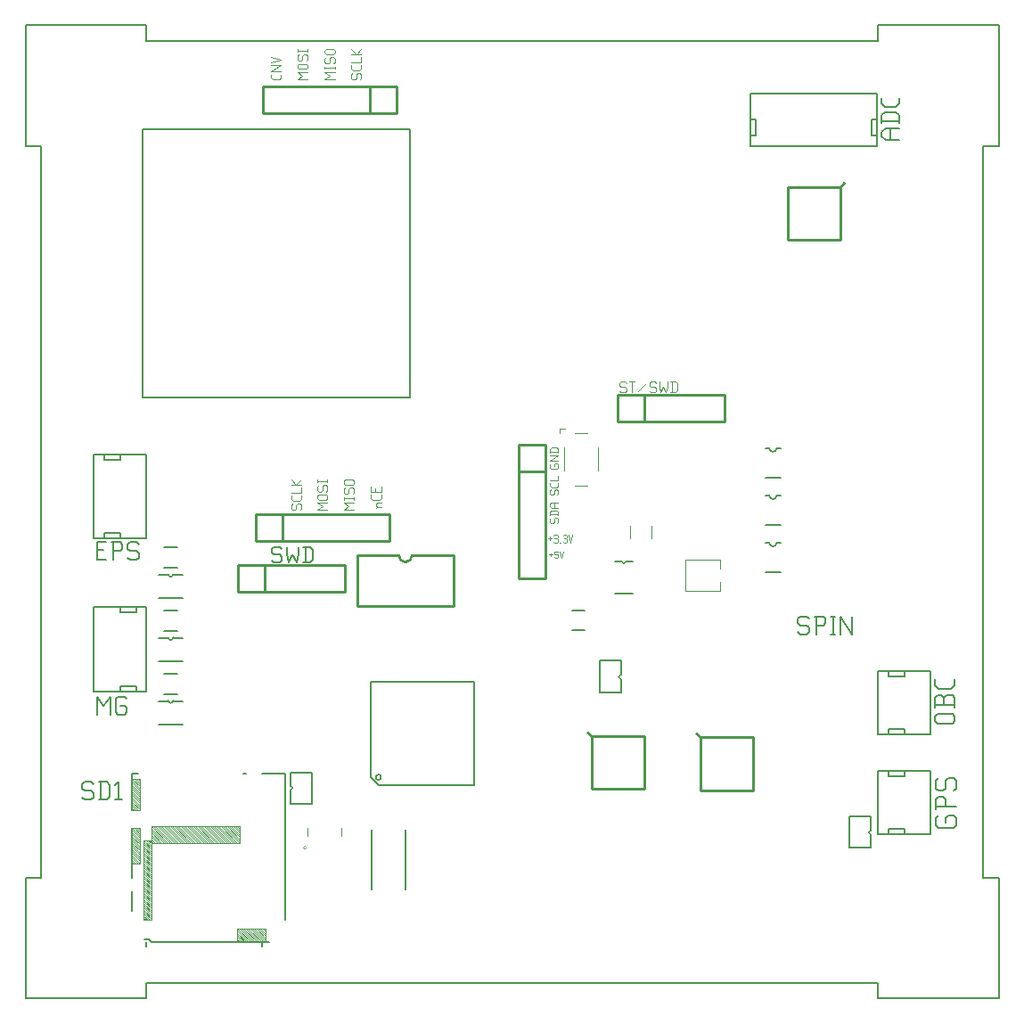
<source format=gbr>
G04 start of page 8 for group -4079 idx -4079 *
G04 Title: (unknown), topsilk *
G04 Creator: pcb 20140316 *
G04 CreationDate: Δευ 14 Μάρ 2016 08:13:14 μμ GMT UTC *
G04 For: mobintu *
G04 Format: Gerber/RS-274X *
G04 PCB-Dimensions (mm): 100.00 100.00 *
G04 PCB-Coordinate-Origin: lower left *
%MOMM*%
%FSLAX43Y43*%
%LNTOPSILK*%
%ADD162C,0.102*%
%ADD161C,0.054*%
%ADD160C,0.254*%
%ADD159C,0.127*%
%ADD158C,0.051*%
%ADD157C,0.203*%
%ADD156C,0.100*%
%ADD155C,0.150*%
%ADD154C,0.200*%
%ADD153C,0.150*%
%ADD152C,0.100*%
%ADD151C,0.191*%
%ADD150C,0.169*%
%ADD149C,0.200*%
%ADD148C,0.200*%
G54D148*X3900Y84100D02*X5400D01*
X15400Y95600D02*Y94100D01*
X84900D01*
X3900Y84100D02*Y95600D01*
X15400D01*
X84900Y94100D02*Y95600D01*
X94900Y84100D02*Y14600D01*
Y84100D02*X96400D01*
G54D149*Y14600D02*X94900D01*
G54D148*X84900Y95600D02*X96400D01*
Y84100D01*
X5400Y14600D02*X3900D01*
X15400Y3100D02*Y4600D01*
X3900Y3100D02*X15400D01*
X3900D02*Y14600D01*
X5400Y84100D02*Y14600D01*
X15400Y4600D02*X84900D01*
Y3100D01*
X96400D01*
Y14600D01*
G54D150*X85643Y84700D02*X86908D01*
X85643D02*X85221Y84995D01*
Y85459D02*Y84995D01*
Y85459D02*X85643Y85754D01*
X86908D01*
X86065D02*Y84700D01*
X85221Y86471D02*X86908D01*
X85221Y87019D02*X85517Y87314D01*
X86613D01*
X86908Y87019D02*X86613Y87314D01*
X86908Y87019D02*Y86260D01*
X85221Y87019D02*Y86260D01*
X86908Y88664D02*Y88115D01*
X86613Y87820D02*X86908Y88115D01*
X85517Y87820D02*X86613D01*
X85517D02*X85221Y88115D01*
Y88664D02*Y88115D01*
G54D151*X90516Y29200D02*X91949D01*
X90516D02*X90277Y29439D01*
Y29916D02*Y29439D01*
Y29916D02*X90516Y30155D01*
X91949D01*
X92187Y29916D02*X91949Y30155D01*
X92187Y29916D02*Y29439D01*
X91949Y29200D02*X92187Y29439D01*
Y31683D02*Y30728D01*
Y31683D02*X91949Y31922D01*
X91376D02*X91949D01*
X91137Y31683D02*X91376Y31922D01*
X91137Y31683D02*Y30967D01*
X90277D02*X92187D01*
X90277Y31683D02*Y30728D01*
Y31683D02*X90516Y31922D01*
X90898D01*
X91137Y31683D02*X90898Y31922D01*
X92187Y33450D02*Y32829D01*
X91853Y32495D02*X92187Y32829D01*
X90612Y32495D02*X91853D01*
X90612D02*X90277Y32829D01*
Y33450D02*Y32829D01*
X90377Y20255D02*X90616Y20494D01*
X90377Y20255D02*Y19539D01*
X90616Y19300D02*X90377Y19539D01*
X90616Y19300D02*X92049D01*
X92287Y19539D01*
Y20255D02*Y19539D01*
Y20255D02*X92049Y20494D01*
X91571D02*X92049D01*
X91332Y20255D02*X91571Y20494D01*
X91332Y20255D02*Y19778D01*
X90377Y21306D02*X92287D01*
X90377Y22022D02*Y21067D01*
Y22022D02*X90616Y22261D01*
X91094D01*
X91332Y22022D02*X91094Y22261D01*
X91332Y22022D02*Y21306D01*
X90377Y23789D02*X90616Y24028D01*
X90377Y23789D02*Y23073D01*
X90616Y22834D02*X90377Y23073D01*
X90616Y22834D02*X91094D01*
X91332Y23073D01*
Y23789D02*Y23073D01*
Y23789D02*X91571Y24028D01*
X92049D01*
X92287Y23789D02*X92049Y24028D01*
X92287Y23789D02*Y23073D01*
X92049Y22834D02*X92287Y23073D01*
G54D150*X78143Y39378D02*X78354Y39168D01*
X77511Y39378D02*X78143D01*
X77300Y39168D02*X77511Y39378D01*
X77300Y39168D02*Y38746D01*
X77511Y38535D01*
X78143D01*
X78354Y38324D01*
Y37903D01*
X78143Y37692D02*X78354Y37903D01*
X77511Y37692D02*X78143D01*
X77300Y37903D02*X77511Y37692D01*
X79071Y39378D02*Y37692D01*
X78860Y39378D02*X79703D01*
X79914Y39168D01*
Y38746D01*
X79703Y38535D02*X79914Y38746D01*
X79071Y38535D02*X79703D01*
X80420Y39378D02*X80842D01*
X80631D02*Y37692D01*
X80420D02*X80842D01*
X81348Y39378D02*Y37692D01*
Y39378D02*X82402Y37692D01*
Y39378D02*Y37692D01*
X10143Y23678D02*X10354Y23468D01*
X9511Y23678D02*X10143D01*
X9300Y23468D02*X9511Y23678D01*
X9300Y23468D02*Y23046D01*
X9511Y22835D01*
X10143D01*
X10354Y22624D01*
Y22203D01*
X10143Y21992D02*X10354Y22203D01*
X9511Y21992D02*X10143D01*
X9300Y22203D02*X9511Y21992D01*
X11071Y23678D02*Y21992D01*
X11619Y23678D02*X11914Y23383D01*
Y22287D01*
X11619Y21992D02*X11914Y22287D01*
X10860Y21992D02*X11619D01*
X10860Y23678D02*X11619D01*
X12420Y23341D02*X12757Y23678D01*
Y21992D01*
X12420D02*X13052D01*
X10700Y31778D02*Y30092D01*
Y31778D02*X11332Y30935D01*
X11965Y31778D01*
Y30092D01*
X13314Y31778D02*X13525Y31568D01*
X12682Y31778D02*X13314D01*
X12471Y31568D02*X12682Y31778D01*
X12471Y31568D02*Y30303D01*
X12682Y30092D01*
X13314D01*
X13525Y30303D01*
Y30724D02*Y30303D01*
X13314Y30935D02*X13525Y30724D01*
X12892Y30935D02*X13314D01*
X10700Y45720D02*X11332D01*
X10700Y44792D02*X11543D01*
X10700Y46478D02*Y44792D01*
Y46478D02*X11543D01*
X12260D02*Y44792D01*
X12049Y46478D02*X12892D01*
X13103Y46268D01*
Y45846D01*
X12892Y45635D02*X13103Y45846D01*
X12260Y45635D02*X12892D01*
X14452Y46478D02*X14663Y46268D01*
X13820Y46478D02*X14452D01*
X13609Y46268D02*X13820Y46478D01*
X13609Y46268D02*Y45846D01*
X13820Y45635D01*
X14452D01*
X14663Y45424D01*
Y45003D01*
X14452Y44792D02*X14663Y45003D01*
X13820Y44792D02*X14452D01*
X13609Y45003D02*X13820Y44792D01*
G54D152*X53533Y46790D02*X53884D01*
X53708Y46965D02*Y46615D01*
X54094Y47053D02*X54182Y47141D01*
X54357D01*
X54445Y47053D01*
X54357Y46440D02*X54445Y46527D01*
X54182Y46440D02*X54357D01*
X54094Y46527D02*X54182Y46440D01*
Y46825D02*X54357D01*
X54445Y47053D02*Y46913D01*
Y46738D02*Y46527D01*
Y46738D02*X54357Y46825D01*
X54445Y46913D02*X54357Y46825D01*
X54655Y46440D02*X54742D01*
X54953Y47053D02*X55040Y47141D01*
X55216D01*
X55303Y47053D01*
X55216Y46440D02*X55303Y46527D01*
X55040Y46440D02*X55216D01*
X54953Y46527D02*X55040Y46440D01*
Y46825D02*X55216D01*
X55303Y47053D02*Y46913D01*
Y46738D02*Y46527D01*
Y46738D02*X55216Y46825D01*
X55303Y46913D02*X55216Y46825D01*
X55514Y47141D02*X55689Y46440D01*
X55864Y47141D01*
X53611Y45260D02*X53936D01*
X53774Y45423D02*Y45097D01*
X54131Y45585D02*X54457D01*
X54131D02*Y45260D01*
X54213Y45341D01*
X54375D01*
X54457Y45260D01*
Y45016D01*
X54375Y44935D02*X54457Y45016D01*
X54213Y44935D02*X54375D01*
X54131Y45016D02*X54213Y44935D01*
X54652Y45585D02*X54814Y44935D01*
X54977Y45585D01*
G54D153*X28076Y46020D02*X28264Y45832D01*
X27512Y46020D02*X28076D01*
X27324Y45832D02*X27512Y46020D01*
X27324Y45832D02*Y45456D01*
X27512Y45268D01*
X28076D01*
X28264Y45080D01*
Y44704D01*
X28076Y44516D02*X28264Y44704D01*
X27512Y44516D02*X28076D01*
X27324Y44704D02*X27512Y44516D01*
X28715Y46020D02*Y45268D01*
X28903Y44516D01*
X29279Y45268D01*
X29655Y44516D01*
X29843Y45268D01*
Y46020D02*Y45268D01*
X30482Y46020D02*Y44516D01*
X30970Y46020D02*X31234Y45757D01*
Y44780D01*
X30970Y44516D02*X31234Y44780D01*
X30294Y44516D02*X30970D01*
X30294Y46020D02*X30970D01*
G54D152*X53712Y53848D02*X53813Y53949D01*
X53712Y53848D02*Y53547D01*
X53813Y53447D02*X53712Y53547D01*
X53813Y53447D02*X54415D01*
X54515Y53547D01*
Y53848D02*Y53547D01*
Y53848D02*X54415Y53949D01*
X54214D02*X54415D01*
X54114Y53848D02*X54214Y53949D01*
X54114Y53848D02*Y53648D01*
X53712Y54189D02*X54515D01*
X53712D02*X54515Y54691D01*
X53712D02*X54515D01*
X53712Y55032D02*X54515D01*
X53712Y55293D02*X53853Y55434D01*
X54374D01*
X54515Y55293D02*X54374Y55434D01*
X54515Y55293D02*Y54932D01*
X53712Y55293D02*Y54932D01*
X29739Y90400D02*X30694D01*
X29739D02*X30216Y90758D01*
X29739Y91116D01*
X30694D01*
X29858Y91403D02*X30574D01*
X29858D02*X29739Y91522D01*
Y91761D02*Y91522D01*
Y91761D02*X29858Y91880D01*
X30574D01*
X30694Y91761D02*X30574Y91880D01*
X30694Y91761D02*Y91522D01*
X30574Y91403D02*X30694Y91522D01*
X29739Y92644D02*X29858Y92764D01*
X29739Y92644D02*Y92286D01*
X29858Y92167D02*X29739Y92286D01*
X29858Y92167D02*X30097D01*
X30216Y92286D01*
Y92644D02*Y92286D01*
Y92644D02*X30335Y92764D01*
X30574D01*
X30694Y92644D02*X30574Y92764D01*
X30694Y92644D02*Y92286D01*
X30574Y92167D02*X30694Y92286D01*
X29739Y93289D02*Y93050D01*
Y93170D02*X30694D01*
Y93289D02*Y93050D01*
X34839Y90878D02*X34958Y90997D01*
X34839Y90878D02*Y90519D01*
X34958Y90400D02*X34839Y90519D01*
X34958Y90400D02*X35197D01*
X35316Y90519D01*
Y90878D02*Y90519D01*
Y90878D02*X35436Y90997D01*
X35674D01*
X35794Y90878D02*X35674Y90997D01*
X35794Y90878D02*Y90519D01*
X35674Y90400D02*X35794Y90519D01*
Y91761D02*Y91451D01*
X35627Y91284D02*X35794Y91451D01*
X35006Y91284D02*X35627D01*
X35006D02*X34839Y91451D01*
Y91761D02*Y91451D01*
Y92048D02*X35794D01*
Y92525D02*Y92048D01*
X34839Y92812D02*X35794D01*
X35316D02*X34839Y93289D01*
X35316Y92812D02*X35794Y93289D01*
X28194Y90878D02*Y90567D01*
X28026Y90400D02*X28194Y90567D01*
X27406Y90400D02*X28026D01*
X27406D02*X27239Y90567D01*
Y90878D02*Y90567D01*
Y91164D02*X28194D01*
X27239D02*X28194Y91761D01*
X27239D02*X28194D01*
X27239Y92048D02*X28194Y92286D01*
X27239Y92525D01*
X32339Y90400D02*X33294D01*
X32339D02*X32816Y90758D01*
X32339Y91116D01*
X33294D01*
X32339Y91642D02*Y91403D01*
Y91522D02*X33294D01*
Y91642D02*Y91403D01*
X32339Y92406D02*X32458Y92525D01*
X32339Y92406D02*Y92048D01*
X32458Y91928D02*X32339Y92048D01*
X32458Y91928D02*X32697D01*
X32816Y92048D01*
Y92406D02*Y92048D01*
Y92406D02*X32935Y92525D01*
X33174D01*
X33294Y92406D02*X33174Y92525D01*
X33294Y92406D02*Y92048D01*
X33174Y91928D02*X33294Y92048D01*
X32458Y92812D02*X33174D01*
X32458D02*X32339Y92931D01*
Y93170D02*Y92931D01*
Y93170D02*X32458Y93289D01*
X33174D01*
X33294Y93170D02*X33174Y93289D01*
X33294Y93170D02*Y92931D01*
X33174Y92812D02*X33294Y92931D01*
X53713Y51348D02*X53813Y51449D01*
X53713Y51348D02*Y51047D01*
X53813Y50947D02*X53713Y51047D01*
X53813Y50947D02*X54014D01*
X54114Y51047D01*
Y51348D02*Y51047D01*
Y51348D02*X54214Y51449D01*
X54415D01*
X54515Y51348D02*X54415Y51449D01*
X54515Y51348D02*Y51047D01*
X54415Y50947D02*X54515Y51047D01*
Y52091D02*Y51830D01*
X54375Y51690D02*X54515Y51830D01*
X53853Y51690D02*X54375D01*
X53853D02*X53713Y51830D01*
Y52091D02*Y51830D01*
Y52332D02*X54515D01*
Y52733D02*Y52332D01*
X31639Y49500D02*X32594D01*
X31639D02*X32116Y49858D01*
X31639Y50216D01*
X32594D01*
X31758Y50503D02*X32474D01*
X31758D02*X31639Y50622D01*
Y50861D02*Y50622D01*
Y50861D02*X31758Y50980D01*
X32474D01*
X32594Y50861D02*X32474Y50980D01*
X32594Y50861D02*Y50622D01*
X32474Y50503D02*X32594Y50622D01*
X31639Y51744D02*X31758Y51864D01*
X31639Y51744D02*Y51386D01*
X31758Y51267D02*X31639Y51386D01*
X31758Y51267D02*X31997D01*
X32116Y51386D01*
Y51744D02*Y51386D01*
Y51744D02*X32235Y51864D01*
X32474D01*
X32594Y51744D02*X32474Y51864D01*
X32594Y51744D02*Y51386D01*
X32474Y51267D02*X32594Y51386D01*
X31639Y52389D02*Y52150D01*
Y52270D02*X32594D01*
Y52389D02*Y52150D01*
X34139Y49500D02*X35094D01*
X34139D02*X34616Y49858D01*
X34139Y50216D01*
X35094D01*
X34139Y50742D02*Y50503D01*
Y50622D02*X35094D01*
Y50742D02*Y50503D01*
X34139Y51506D02*X34258Y51625D01*
X34139Y51506D02*Y51148D01*
X34258Y51028D02*X34139Y51148D01*
X34258Y51028D02*X34497D01*
X34616Y51148D01*
Y51506D02*Y51148D01*
Y51506D02*X34735Y51625D01*
X34974D01*
X35094Y51506D02*X34974Y51625D01*
X35094Y51506D02*Y51148D01*
X34974Y51028D02*X35094Y51148D01*
X34258Y51912D02*X34974D01*
X34258D02*X34139Y52031D01*
Y52270D02*Y52031D01*
Y52270D02*X34258Y52389D01*
X34974D01*
X35094Y52270D02*X34974Y52389D01*
X35094Y52270D02*Y52031D01*
X34974Y51912D02*X35094Y52031D01*
X29139Y49978D02*X29258Y50097D01*
X29139Y49978D02*Y49619D01*
X29258Y49500D02*X29139Y49619D01*
X29258Y49500D02*X29497D01*
X29616Y49619D01*
Y49978D02*Y49619D01*
Y49978D02*X29735Y50097D01*
X29974D01*
X30094Y49978D02*X29974Y50097D01*
X30094Y49978D02*Y49619D01*
X29974Y49500D02*X30094Y49619D01*
Y50861D02*Y50551D01*
X29926Y50384D02*X30094Y50551D01*
X29306Y50384D02*X29926D01*
X29306D02*X29139Y50551D01*
Y50861D02*Y50551D01*
Y51148D02*X30094D01*
Y51625D02*Y51148D01*
X29139Y51912D02*X30094D01*
X29616D02*X29139Y52389D01*
X29616Y51912D02*X30094Y52389D01*
X37335Y49819D02*X37694D01*
X37335D02*X37216Y49939D01*
Y50058D02*Y49939D01*
Y50058D02*X37335Y50178D01*
X37694D01*
X37216Y49700D02*X37335Y49819D01*
X37694Y50942D02*Y50631D01*
X37526Y50464D02*X37694Y50631D01*
X36906Y50464D02*X37526D01*
X36906D02*X36739Y50631D01*
Y50942D02*Y50631D01*
X37168Y51586D02*Y51228D01*
X37694Y51706D02*Y51228D01*
X36739D02*X37694D01*
X36739Y51706D02*Y51228D01*
X53712Y48648D02*X53813Y48749D01*
X53712Y48648D02*Y48347D01*
X53813Y48247D02*X53712Y48347D01*
X53813Y48247D02*X54013D01*
X54114Y48347D01*
Y48648D02*Y48347D01*
Y48648D02*X54214Y48749D01*
X54415D01*
X54515Y48648D02*X54415Y48749D01*
X54515Y48648D02*Y48347D01*
X54415Y48247D02*X54515Y48347D01*
X53712Y49090D02*X54515D01*
X53712Y49351D02*X53853Y49491D01*
X54374D01*
X54515Y49351D02*X54374Y49491D01*
X54515Y49351D02*Y48989D01*
X53712Y49351D02*Y48989D01*
X53913Y49732D02*X54515D01*
X53913D02*X53712Y49872D01*
Y50093D02*Y49872D01*
Y50093D02*X53913Y50234D01*
X54515D01*
X54114D02*Y49732D01*
G54D154*X36800Y19100D02*Y13500D01*
X40000Y19100D02*Y13500D01*
G54D155*X29100Y22900D02*X29102Y21560D01*
X31134D01*
Y24582D01*
X29102D01*
X29100Y23300D02*Y24582D01*
X29300Y23100D02*G75*G03X29100Y23300I-200J0D01*G01*
Y22900D02*G75*G03X29300Y23100I0J200D01*G01*
G54D156*X30725Y18525D02*Y19325D01*
X33925D02*Y18525D01*
X30475Y17575D02*G75*G03X30325Y17425I0J-150D01*G01*
X30475Y17275D02*G75*G03X30625Y17425I0J150D01*G01*
X30325D02*G75*G03X30475Y17275I150J0D01*G01*
G54D157*X16560Y29121D02*X18840D01*
X16560Y31331D02*X17385D01*
X18020D02*X18840D01*
X17471Y31407D02*G75*G03X17700Y31178I229J0D01*G01*
G75*G03X17928Y31407I0J229D01*G01*
X17100Y32050D02*X18300D01*
X17100Y33950D02*X18300D01*
X16560Y35121D02*X18840D01*
X16560Y37331D02*X17385D01*
X18020D02*X18840D01*
X17471Y37407D02*G75*G03X17700Y37179I229J0D01*G01*
G75*G03X17928Y37407I0J229D01*G01*
G54D154*X10400Y32300D02*X15400D01*
X10400D02*X10400Y40300D01*
X15400D02*X15400Y32300D01*
X14400Y32800D02*Y32300D01*
X12900Y32800D02*X14400D01*
X12900D02*Y32300D01*
X10400Y40300D02*X15400D01*
X14400D02*Y39800D01*
X12900D02*X14400D01*
X12900Y40300D02*Y39800D01*
G54D158*X24237Y17850D02*Y19450D01*
X15837D02*Y17850D01*
X24237D01*
X15837Y19450D02*X24237D01*
X15837Y18150D02*X15137D01*
Y10550D01*
X15837D01*
Y18150D01*
X14787Y24000D02*X14037D01*
Y21000D01*
X14787D01*
Y24000D01*
X24037Y8750D02*X24337Y8450D01*
X24037Y8550D02*X24137Y8450D01*
X24237Y9750D02*X25537Y8450D01*
X24437Y9750D02*X25737Y8450D01*
X24037D02*X26737D01*
Y9750D01*
X24037D01*
Y8450D01*
X14037Y24000D02*X14787Y23250D01*
X14237Y24000D02*X14787Y23450D01*
X14437Y24000D02*X14787Y23650D01*
X14637Y24000D02*X14787Y23850D01*
X14037Y23800D02*X14787Y23051D01*
X14037Y23600D02*X14787Y22851D01*
X14037Y23401D02*X14787Y22651D01*
X14037Y23200D02*X14787Y22451D01*
X14037Y23001D02*X14787Y22251D01*
X14037Y22800D02*X14787Y22051D01*
X14037Y22600D02*X14787Y21851D01*
X14037Y22401D02*X14787Y21651D01*
X14037Y22200D02*X14787Y21451D01*
X14037Y22001D02*X14787Y21251D01*
X14037Y21800D02*X14787Y21051D01*
X14037Y21600D02*X14637Y21001D01*
X14037Y21400D02*X14437Y21000D01*
X14037Y21200D02*X14237Y21000D01*
X14037Y16100D02*X14187Y15950D01*
X24637Y9750D02*X25937Y8450D01*
X24837Y9750D02*X26137Y8450D01*
X25037Y9750D02*X26337Y8450D01*
X25237Y9750D02*X26537Y8450D01*
X25437Y9750D02*X26737Y8450D01*
Y8650D02*X25637Y9750D01*
X26737Y8850D02*X25837Y9750D01*
X26737Y9050D02*X26037Y9750D01*
X26737Y9250D02*X26237Y9750D01*
X26737Y9450D02*X26437Y9750D01*
X26737Y9650D02*X26637Y9750D01*
G54D159*X15837Y8450D02*X27037D01*
X14037Y11450D02*Y13300D01*
Y14600D02*Y19300D01*
Y21000D02*Y24450D01*
X14637D01*
X24637D02*X24837D01*
X26337D02*X28537D01*
Y10550D01*
X15837Y8450D02*X15587Y8700D01*
X15187D01*
G54D158*X15137Y18150D02*X15837Y17450D01*
X15337Y18150D02*X15837Y17650D01*
X15537Y18150D02*X15837Y17850D01*
Y18250D02*X16237Y17850D01*
X15137Y17950D02*X15837Y17250D01*
X15137Y17750D02*X15837Y17050D01*
X15137Y17550D02*X15837Y16850D01*
X15137Y17350D02*X15837Y16650D01*
X15137Y17150D02*X15837Y16450D01*
X15137Y16950D02*X15837Y16250D01*
X15137Y16750D02*X15837Y16050D01*
X15137Y16550D02*X15837Y15850D01*
X15137Y16350D02*X15837Y15650D01*
X15137Y16150D02*X15837Y15450D01*
X15137Y15950D02*X15837Y15250D01*
X15137Y15750D02*X15837Y15050D01*
X15137Y15550D02*X15837Y14850D01*
X15137Y15350D02*X15837Y14650D01*
X15137Y15150D02*X15837Y14450D01*
X15137Y14950D02*X15837Y14250D01*
X15137Y14750D02*X15837Y14050D01*
X15137Y14550D02*X15837Y13850D01*
X15137Y14350D02*X15837Y13650D01*
X15137Y14150D02*X15837Y13450D01*
X15137Y13950D02*X15837Y13250D01*
X15137Y13750D02*X15837Y13050D01*
X15137Y13550D02*X15837Y12850D01*
X15137Y13350D02*X15837Y12650D01*
X15137Y13150D02*X15837Y12450D01*
X15137Y12950D02*X15837Y12250D01*
X15137Y12750D02*X15837Y12050D01*
X15137Y12550D02*X15837Y11850D01*
X15137Y12350D02*X15837Y11650D01*
X15137Y12150D02*X15837Y11450D01*
X15137Y11950D02*X15837Y11250D01*
X15137Y11750D02*X15837Y11050D01*
X15137Y11550D02*X15837Y10850D01*
X15137Y11350D02*X15837Y10650D01*
X15137Y11150D02*X15737Y10550D01*
X15137Y10950D02*X15537Y10550D01*
X15137Y10750D02*X15337Y10550D01*
X15837Y19450D02*X17437Y17850D01*
X15837Y19250D02*X17237Y17850D01*
X15837Y19050D02*X17037Y17850D01*
X15837Y18850D02*X16837Y17850D01*
X15837Y18650D02*X16637Y17850D01*
X15837Y18450D02*X16437Y17850D01*
X15737Y18150D02*X16037Y17850D01*
X16037Y19450D02*X17637Y17850D01*
X16237Y19450D02*X17837Y17850D01*
X16437Y19450D02*X18037Y17850D01*
X16637Y19450D02*X18237Y17850D01*
X16837Y19450D02*X18437Y17850D01*
X17037Y19450D02*X18637Y17850D01*
X17237Y19450D02*X18837Y17850D01*
X17437Y19450D02*X19037Y17850D01*
X17637Y19450D02*X19237Y17850D01*
X17837Y19450D02*X19437Y17850D01*
X18037Y19450D02*X19637Y17850D01*
X18237Y19450D02*X19837Y17850D01*
X18437Y19450D02*X20037Y17850D01*
X18637Y19450D02*X20237Y17850D01*
X18838Y19450D02*X20437Y17850D01*
X19037Y19450D02*X20637Y17850D01*
X19237Y19450D02*X20837Y17850D01*
X19437Y19450D02*X21037Y17850D01*
X19637Y19450D02*X21237Y17850D01*
X19837Y19450D02*X21437Y17850D01*
X20037Y19450D02*X21637Y17850D01*
X20237Y19450D02*X21837Y17850D01*
X20437Y19450D02*X22037Y17850D01*
X20637Y19450D02*X22237Y17850D01*
X20837Y19450D02*X22437Y17850D01*
X21037Y19450D02*X22637Y17850D01*
X21237Y19450D02*X22837Y17850D01*
X21437Y19450D02*X23037Y17850D01*
X21637Y19450D02*X23237Y17850D01*
X21837Y19450D02*X23437Y17850D01*
X22037Y19450D02*X23637Y17850D01*
X22237Y19450D02*X23837Y17850D01*
X22437Y19450D02*X24037Y17850D01*
X22637Y19450D02*X24237Y17850D01*
X22837Y19450D02*X24237Y18050D01*
X23037Y19450D02*X24237Y18250D01*
X23237Y19450D02*X24237Y18450D01*
X23437Y19450D02*X24237Y18650D01*
X23637Y19450D02*X24237Y18850D01*
X23837Y19450D02*X24237Y19050D01*
X24037Y19450D02*X24237Y19250D01*
X24037Y9750D02*X25337Y8450D01*
X24037Y9550D02*X25137Y8450D01*
X24037Y9350D02*X24937Y8450D01*
X24037Y9150D02*X24737Y8450D01*
X24037Y8950D02*X24537Y8450D01*
X14037Y19300D02*Y15950D01*
Y15950D02*X14787D01*
Y15950D02*Y19300D01*
X14037D01*
X14787Y18550D01*
X14237Y19300D02*X14787Y18750D01*
X14437Y19300D02*X14787Y18950D01*
X14637Y19300D02*X14787Y19150D01*
X14037Y19100D02*X14787Y18351D01*
X14037Y18900D02*X14787Y18151D01*
X14037Y18701D02*X14787Y17951D01*
X14037Y18500D02*X14787Y17751D01*
X14037Y18300D02*X14787Y17551D01*
X14037Y18100D02*X14787Y17351D01*
X14037Y17900D02*X14787Y17151D01*
X14037Y17701D02*X14787Y16951D01*
X14037Y17500D02*X14787Y16751D01*
X14037Y17300D02*X14787Y16551D01*
X14037Y17100D02*X14787Y16351D01*
X14037Y16900D02*X14787Y16151D01*
X14037Y16700D02*X14787Y15950D01*
X14037Y16500D02*X14587Y15950D01*
X14037Y16300D02*X14387Y15950D01*
G54D159*X26337Y8450D02*Y8050D01*
X15337Y8450D02*Y8050D01*
G54D154*X10400Y54800D02*X15400D01*
X15400Y46800D01*
X10400D02*X10400Y54800D01*
X11400D02*Y54300D01*
X12900D01*
Y54800D01*
X15400Y46800D02*X10400D01*
X11400D02*Y47300D01*
X12900D01*
Y46800D01*
G54D160*X35428Y45213D02*Y40387D01*
X44572D01*
Y45213D01*
X35428D02*X39365D01*
X44572D02*X40635D01*
X39365D02*G75*G03X40635Y45213I635J0D01*G01*
G54D157*X36692Y33187D02*Y24127D01*
Y33187D02*X46488D01*
Y23390D01*
X37428D02*X46488D01*
X37428D02*X36692Y24127D01*
X37428Y23873D02*G75*G03X37428Y23873I0J254D01*G01*
G54D160*X24130Y41730D02*X34290D01*
Y44270D02*Y41730D01*
X24130Y44270D02*X34290D01*
X24130D02*Y41730D01*
X26670Y44270D02*Y41730D01*
X24130Y44270D02*X26670D01*
G54D157*X17100Y38050D02*X18300D01*
X17100Y39950D02*X18300D01*
X17100Y44050D02*X18300D01*
X17100Y45950D02*X18300D01*
X16560Y41121D02*X18840D01*
X16560Y43331D02*X17385D01*
X18020D02*X18840D01*
X17471Y43407D02*G75*G03X17700Y43179I229J0D01*G01*
G75*G03X17928Y43407I0J229D01*G01*
G54D160*X25770Y46530D02*X38470D01*
Y49070D02*Y46530D01*
X25770Y49070D02*X38470D01*
X25770D02*Y46530D01*
X28310Y49070D02*Y46530D01*
X25770Y49070D02*X28310D01*
G54D154*X15000Y60200D02*X40400D01*
X15000Y85700D02*X40400D01*
X15000D02*Y60200D01*
X40400Y85700D02*Y60200D01*
G54D160*X26490Y89770D02*X39190D01*
X26490D02*Y87230D01*
X39190D01*
Y89770D02*Y87230D01*
X36650Y89770D02*Y87230D01*
X39190D01*
G54D155*X84218Y19095D02*X84216Y20435D01*
X82184D02*X84216D01*
X82184D02*Y17412D01*
X84216D01*
X84218Y18695D02*Y17412D01*
X84018Y18895D02*G75*G03X84218Y18695I200J0D01*G01*
Y19095D02*G75*G03X84018Y18895I0J-200D01*G01*
G54D154*X84900Y34200D02*X89900D01*
X89900Y28200D01*
X84900D02*X84900Y34200D01*
X85900D02*Y33700D01*
X87400D01*
Y34200D01*
X89900Y28200D02*X84900D01*
X85900D02*Y28700D01*
X87400D01*
Y28200D01*
X84900Y24700D02*X89900D01*
X89900Y18700D01*
X84900D02*X84900Y24700D01*
X85900D02*Y24200D01*
X87400D01*
Y24700D01*
X89900Y18700D02*X84900D01*
X85900D02*Y19200D01*
X87400D01*
Y18700D01*
G54D160*X73004Y27904D02*Y22896D01*
X67996Y27904D02*X73004D01*
X67996D02*Y22896D01*
X73004D01*
X67996Y27904D02*X67615Y28285D01*
X76296Y75196D02*X81304D01*
Y80204D02*Y75196D01*
X76296Y80204D02*X81304D01*
X76296D02*Y75196D01*
X81304Y80204D02*X81685Y80585D01*
G54D154*X72800Y89100D02*Y84100D01*
Y89100D02*X84800D01*
Y84100D01*
X72800D02*X84800D01*
X72800Y85100D02*X73300D01*
Y86600D02*Y85100D01*
X72800Y86600D02*X73300D01*
X84300Y85100D02*X84800D01*
X84300Y86600D02*Y85100D01*
Y86600D02*X84800D01*
G54D160*X62704Y28004D02*Y22996D01*
X57696Y28004D02*X62704D01*
X57696D02*Y22996D01*
X62704D01*
X57696Y28004D02*X57315Y28385D01*
G54D155*X60457Y33873D02*X60455Y35213D01*
X58423D02*X60455D01*
X58423D02*Y32190D01*
X60455D01*
X60457Y33473D02*Y32190D01*
X60257Y33673D02*G75*G03X60457Y33473I200J0D01*G01*
Y33873D02*G75*G03X60257Y33673I0J-200D01*G01*
G54D157*X55846Y38104D02*X57046D01*
X55846Y40004D02*X57046D01*
G54D160*X60150Y57880D02*X70310D01*
Y60420D02*Y57880D01*
X60150Y60420D02*X70310D01*
X60150D02*Y57880D01*
X62690Y60420D02*Y57880D01*
X60150Y60420D02*X62690D01*
X50730Y55700D02*Y43000D01*
X53270D01*
Y55700D01*
X50730D01*
Y53160D02*X53270D01*
Y55700D01*
G54D156*X58275Y55425D02*Y53225D01*
X55075Y55425D02*Y53225D01*
X56075Y56825D02*X57275D01*
X56075Y51825D02*X57275D01*
X54675Y57225D02*X55125D01*
X54675D02*Y56775D01*
G54D152*X61325Y48050D02*Y46800D01*
X63375Y48050D02*Y46800D01*
G54D154*X59911Y44597D02*X60561D01*
X59911Y41597D02*X61611D01*
X60961Y44597D02*X61611D01*
X60561D02*G75*G03X60761Y44397I200J0D01*G01*
G75*G03X60961Y44597I0J200D01*G01*
G54D161*X66571Y44754D02*X69929D01*
X66571D02*Y41846D01*
X69929D01*
Y44754D02*Y43935D01*
Y42665D02*Y41846D01*
G54D154*X74211Y52597D02*X75611D01*
X74211Y55397D02*X74561D01*
X75261D02*X75611D01*
X74561D02*G75*G03X74911Y55047I350J0D01*G01*
G75*G03X75261Y55397I0J350D01*G01*
X74211Y48097D02*X75611D01*
X74211Y50897D02*X74561D01*
X75261D02*X75611D01*
X74561D02*G75*G03X74911Y50547I350J0D01*G01*
G75*G03X75261Y50897I0J350D01*G01*
X74211Y43597D02*X75611D01*
X74211Y46397D02*X74561D01*
X75261D02*X75611D01*
X74561D02*G75*G03X74911Y46047I350J0D01*G01*
G75*G03X75261Y46397I0J350D01*G01*
G54D162*X60858Y61726D02*X60985Y61599D01*
X60477Y61726D02*X60858D01*
X60350Y61599D02*X60477Y61726D01*
X60350Y61599D02*Y61345D01*
X60477Y61218D01*
X60858D01*
X60985Y61091D01*
Y60837D01*
X60858Y60710D02*X60985Y60837D01*
X60477Y60710D02*X60858D01*
X60350Y60837D02*X60477Y60710D01*
X61290Y61726D02*X61798D01*
X61544D02*Y60710D01*
X62102Y60837D02*X62864Y61599D01*
X63677Y61726D02*X63804Y61599D01*
X63296Y61726D02*X63677D01*
X63169Y61599D02*X63296Y61726D01*
X63169Y61599D02*Y61345D01*
X63296Y61218D01*
X63677D01*
X63804Y61091D01*
Y60837D01*
X63677Y60710D02*X63804Y60837D01*
X63296Y60710D02*X63677D01*
X63169Y60837D02*X63296Y60710D01*
X64109Y61726D02*Y61218D01*
X64236Y60710D01*
X64490Y61218D01*
X64744Y60710D01*
X64871Y61218D01*
Y61726D02*Y61218D01*
X65303Y61726D02*Y60710D01*
X65633Y61726D02*X65811Y61548D01*
Y60888D01*
X65633Y60710D02*X65811Y60888D01*
X65176Y60710D02*X65633D01*
X65176Y61726D02*X65633D01*
M02*

</source>
